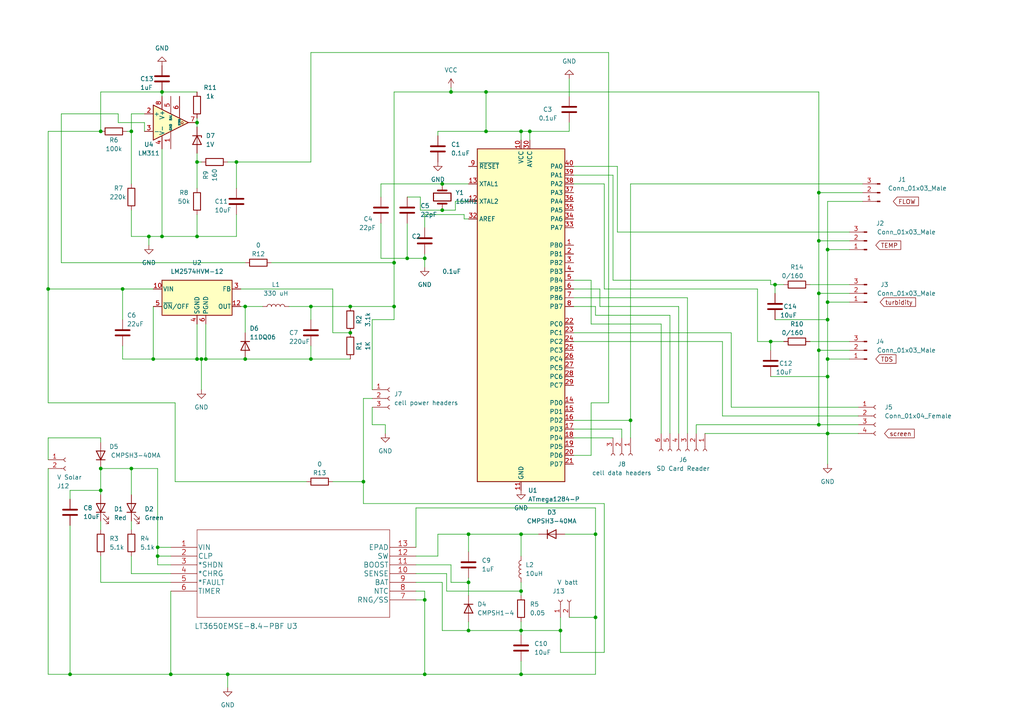
<source format=kicad_sch>
(kicad_sch (version 20211123) (generator eeschema)
  (paper "A4")
  (title_block (title "Remote Water Quality Monitor") (date "2023-02-16") (rev "CDR") (company "Team 29/01"))
  (lib_symbols
    (symbol "2023-02-16_12-26-50:LT3650EMSE-8.4-PBF" (pin_names (offset 0.254))
      (property "Reference" "U" (at 35.56 10.16 0))
      (property "Value" "LT3650EMSE-8.4-PBF" (at 35.56 7.62 0))
      (symbol "LT3650EMSE-8.4-PBF_1_1"
        (polyline (pts (xy 7.62 -20.32) (xy 63.5 -20.32)) (stroke (width 0.127)))
        (polyline (pts (xy 7.62 5.08) (xy 7.62 -20.32)) (stroke (width 0.127)))
        (polyline (pts (xy 63.5 -20.32) (xy 63.5 5.08)) (stroke (width 0.127)))
        (polyline (pts (xy 63.5 5.08) (xy 7.62 5.08)) (stroke (width 0.127)))
        (pin input line (at 0 0 0) (length 7.62) (name "VIN") (number "1"))
        (pin unspecified line (at 71.12 -7.62 180) (length 7.62) (name "SENSE") (number "10"))
        (pin unspecified line (at 71.12 -5.08 180) (length 7.62) (name "BOOST") (number "11"))
        (pin output line (at 71.12 -2.54 180) (length 7.62) (name "SW") (number "12"))
        (pin unspecified line (at 71.12 0 180) (length 7.62) (name "EPAD") (number "13"))
        (pin input line (at 0 -2.54 0) (length 7.62) (name "CLP") (number "2"))
        (pin input line (at 0 -5.08 0) (length 7.62) (name "*SHDN") (number "3"))
        (pin output line (at 0 -7.62 0) (length 7.62) (name "*CHRG") (number "4"))
        (pin output line (at 0 -10.16 0) (length 7.62) (name "*FAULT") (number "5"))
        (pin unspecified line (at 0 -12.7 0) (length 7.62) (name "TIMER") (number "6"))
        (pin unspecified line (at 71.12 -15.24 180) (length 7.62) (name "RNG/SS") (number "7"))
        (pin input line (at 71.12 -12.7 180) (length 7.62) (name "NTC") (number "8"))
        (pin unspecified line (at 71.12 -10.16 180) (length 7.62) (name "BAT") (number "9"))
      )
    )
    (symbol "Comparator:LM311" (pin_names (offset 0.127))
      (property "Reference" "U" (at 3.81 6.35 0))
      (property "Value" "LM311" (at 3.81 3.81 0))
      (symbol "LM311_0_1"
        (polyline (pts (xy 5.08 0) (xy -5.08 5.08) (xy -5.08 -5.08) (xy 5.08 0)) (stroke (width 0.254)) (fill (type background)))
        (polyline (pts (xy 3.683 -0.381) (xy 3.302 -0.381) (xy 3.683 0) (xy 3.302 0.381) (xy 2.921 0) (xy 3.302 -0.381) (xy 2.921 -0.381)) (stroke (width 0.127)))
      )
      (symbol "LM311_1_1"
        (pin passive line (at 0 -7.62 90) (length 5.08) (name "GND") (number "1"))
        (pin input line (at -7.62 2.54 0) (length 2.54) (name "+") (number "2"))
        (pin input line (at -7.62 -2.54 0) (length 2.54) (name "-") (number "3"))
        (pin power_in line (at -2.54 -7.62 90) (length 3.81) (name "V-") (number "4"))
        (pin input line (at 0 7.62 270) (length 5.08) (name "BAL") (number "5"))
        (pin input line (at 2.54 7.62 270) (length 6.35) (name "STRB") (number "6"))
        (pin open_collector line (at 7.62 0 180) (length 2.54) (name "~") (number "7"))
        (pin power_in line (at -2.54 7.62 270) (length 3.81) (name "V+") (number "8"))
      )
    )
    (symbol "Connector:Conn_01x02_Female" (pin_names (offset 1.016) hide)
      (property "Reference" "J" (at 0 2.54 0))
      (property "Value" "Conn_01x02_Female" (at 0 -5.08 0))
      (symbol "Conn_01x02_Female_1_1"
        (arc (start 0 -2.032) (mid -0.508 -2.54) (end 0 -3.048) (stroke (width 0.1524)))
        (polyline (pts (xy -1.27 -2.54) (xy -0.508 -2.54)) (stroke (width 0.1524)))
        (polyline (pts (xy -1.27 0) (xy -0.508 0)) (stroke (width 0.1524)))
        (arc (start 0 0.508) (mid -0.508 0) (end 0 -0.508) (stroke (width 0.1524)))
        (pin passive line (at -5.08 0 0) (length 3.81) (name "Pin_1") (number "1"))
        (pin passive line (at -5.08 -2.54 0) (length 3.81) (name "Pin_2") (number "2"))
      )
    )
    (symbol "Connector:Conn_01x03_Female" (pin_names (offset 1.016) hide)
      (property "Reference" "J" (at 0 5.08 0))
      (property "Value" "Conn_01x03_Female" (at 0 -5.08 0))
      (symbol "Conn_01x03_Female_1_1"
        (arc (start 0 -2.032) (mid -0.508 -2.54) (end 0 -3.048) (stroke (width 0.1524)))
        (polyline (pts (xy -1.27 -2.54) (xy -0.508 -2.54)) (stroke (width 0.1524)))
        (polyline (pts (xy -1.27 0) (xy -0.508 0)) (stroke (width 0.1524)))
        (polyline (pts (xy -1.27 2.54) (xy -0.508 2.54)) (stroke (width 0.1524)))
        (arc (start 0 0.508) (mid -0.508 0) (end 0 -0.508) (stroke (width 0.1524)))
        (arc (start 0 3.048) (mid -0.508 2.54) (end 0 2.032) (stroke (width 0.1524)))
        (pin passive line (at -5.08 2.54 0) (length 3.81) (name "Pin_1") (number "1"))
        (pin passive line (at -5.08 0 0) (length 3.81) (name "Pin_2") (number "2"))
        (pin passive line (at -5.08 -2.54 0) (length 3.81) (name "Pin_3") (number "3"))
      )
    )
    (symbol "Connector:Conn_01x03_Male" (pin_names (offset 1.016) hide)
      (property "Reference" "J" (at 0 5.08 0))
      (property "Value" "Conn_01x03_Male" (at 0 -5.08 0))
      (symbol "Conn_01x03_Male_1_1"
        (polyline (pts (xy 1.27 -2.54) (xy 0.8636 -2.54)) (stroke (width 0.1524)))
        (polyline (pts (xy 1.27 0) (xy 0.8636 0)) (stroke (width 0.1524)))
        (polyline (pts (xy 1.27 2.54) (xy 0.8636 2.54)) (stroke (width 0.1524)))
        (rectangle (start 0.8636 -2.413) (end 0 -2.667) (stroke (width 0.1524)) (fill (type outline)))
        (rectangle (start 0.8636 0.127) (end 0 -0.127) (stroke (width 0.1524)) (fill (type outline)))
        (rectangle (start 0.8636 2.667) (end 0 2.413) (stroke (width 0.1524)) (fill (type outline)))
        (pin passive line (at 5.08 2.54 180) (length 3.81) (name "Pin_1") (number "1"))
        (pin passive line (at 5.08 0 180) (length 3.81) (name "Pin_2") (number "2"))
        (pin passive line (at 5.08 -2.54 180) (length 3.81) (name "Pin_3") (number "3"))
      )
    )
    (symbol "Connector:Conn_01x04_Female" (pin_names (offset 1.016) hide)
      (property "Reference" "J" (at 0 5.08 0))
      (property "Value" "Conn_01x04_Female" (at 0 -7.62 0))
      (symbol "Conn_01x04_Female_1_1"
        (arc (start 0 -4.572) (mid -0.508 -5.08) (end 0 -5.588) (stroke (width 0.1524)))
        (arc (start 0 -2.032) (mid -0.508 -2.54) (end 0 -3.048) (stroke (width 0.1524)))
        (polyline (pts (xy -1.27 -5.08) (xy -0.508 -5.08)) (stroke (width 0.1524)))
        (polyline (pts (xy -1.27 -2.54) (xy -0.508 -2.54)) (stroke (width 0.1524)))
        (polyline (pts (xy -1.27 0) (xy -0.508 0)) (stroke (width 0.1524)))
        (polyline (pts (xy -1.27 2.54) (xy -0.508 2.54)) (stroke (width 0.1524)))
        (arc (start 0 0.508) (mid -0.508 0) (end 0 -0.508) (stroke (width 0.1524)))
        (arc (start 0 3.048) (mid -0.508 2.54) (end 0 2.032) (stroke (width 0.1524)))
        (pin passive line (at -5.08 2.54 0) (length 3.81) (name "Pin_1") (number "1"))
        (pin passive line (at -5.08 0 0) (length 3.81) (name "Pin_2") (number "2"))
        (pin passive line (at -5.08 -2.54 0) (length 3.81) (name "Pin_3") (number "3"))
        (pin passive line (at -5.08 -5.08 0) (length 3.81) (name "Pin_4") (number "4"))
      )
    )
    (symbol "Connector:Conn_01x06_Female" (pin_names (offset 1.016) hide)
      (property "Reference" "J" (at 0 7.62 0))
      (property "Value" "Conn_01x06_Female" (at 0 -10.16 0))
      (symbol "Conn_01x06_Female_1_1"
        (arc (start 0 -7.112) (mid -0.508 -7.62) (end 0 -8.128) (stroke (width 0.1524)))
        (arc (start 0 -4.572) (mid -0.508 -5.08) (end 0 -5.588) (stroke (width 0.1524)))
        (arc (start 0 -2.032) (mid -0.508 -2.54) (end 0 -3.048) (stroke (width 0.1524)))
        (polyline (pts (xy -1.27 -7.62) (xy -0.508 -7.62)) (stroke (width 0.1524)))
        (polyline (pts (xy -1.27 -5.08) (xy -0.508 -5.08)) (stroke (width 0.1524)))
        (polyline (pts (xy -1.27 -2.54) (xy -0.508 -2.54)) (stroke (width 0.1524)))
        (polyline (pts (xy -1.27 0) (xy -0.508 0)) (stroke (width 0.1524)))
        (polyline (pts (xy -1.27 2.54) (xy -0.508 2.54)) (stroke (width 0.1524)))
        (polyline (pts (xy -1.27 5.08) (xy -0.508 5.08)) (stroke (width 0.1524)))
        (arc (start 0 0.508) (mid -0.508 0) (end 0 -0.508) (stroke (width 0.1524)))
        (arc (start 0 3.048) (mid -0.508 2.54) (end 0 2.032) (stroke (width 0.1524)))
        (arc (start 0 5.588) (mid -0.508 5.08) (end 0 4.572) (stroke (width 0.1524)))
        (pin passive line (at -5.08 5.08 0) (length 3.81) (name "Pin_1") (number "1"))
        (pin passive line (at -5.08 2.54 0) (length 3.81) (name "Pin_2") (number "2"))
        (pin passive line (at -5.08 0 0) (length 3.81) (name "Pin_3") (number "3"))
        (pin passive line (at -5.08 -2.54 0) (length 3.81) (name "Pin_4") (number "4"))
        (pin passive line (at -5.08 -5.08 0) (length 3.81) (name "Pin_5") (number "5"))
        (pin passive line (at -5.08 -7.62 0) (length 3.81) (name "Pin_6") (number "6"))
      )
    )
    (symbol "Device:C" (pin_numbers hide) (pin_names (offset 0.254))
      (property "Reference" "C" (at 0.635 2.54 0))
      (property "Value" "C" (at 0.635 -2.54 0))
      (symbol "C_0_1"
        (polyline (pts (xy -2.032 -0.762) (xy 2.032 -0.762)) (stroke (width 0.508)))
        (polyline (pts (xy -2.032 0.762) (xy 2.032 0.762)) (stroke (width 0.508)))
      )
      (symbol "C_1_1"
        (pin passive line (at 0 3.81 270) (length 2.794) (name "~") (number "1"))
        (pin passive line (at 0 -3.81 90) (length 2.794) (name "~") (number "2"))
      )
    )
    (symbol "Device:Crystal" (pin_numbers hide) (pin_names (offset 1.016) hide)
      (property "Reference" "Y" (at 0 3.81 0))
      (property "Value" "Crystal" (at 0 -3.81 0))
      (symbol "Crystal_0_1"
        (rectangle (start -1.143 2.54) (end 1.143 -2.54) (stroke (width 0.3048)))
        (polyline (pts (xy -2.54 0) (xy -1.905 0)))
        (polyline (pts (xy -1.905 -1.27) (xy -1.905 1.27)) (stroke (width 0.508)))
        (polyline (pts (xy 1.905 -1.27) (xy 1.905 1.27)) (stroke (width 0.508)))
        (polyline (pts (xy 2.54 0) (xy 1.905 0)))
      )
      (symbol "Crystal_1_1"
        (pin passive line (at -3.81 0 0) (length 1.27) (name "1") (number "1"))
        (pin passive line (at 3.81 0 180) (length 1.27) (name "2") (number "2"))
      )
    )
    (symbol "Device:D" (pin_numbers hide) (pin_names (offset 1.016) hide)
      (property "Reference" "D" (at 0 2.54 0))
      (property "Value" "D" (at 0 -2.54 0))
      (symbol "D_0_1"
        (polyline (pts (xy -1.27 1.27) (xy -1.27 -1.27)) (stroke (width 0.254)))
        (polyline (pts (xy 1.27 0) (xy -1.27 0)))
        (polyline (pts (xy 1.27 1.27) (xy 1.27 -1.27) (xy -1.27 0) (xy 1.27 1.27)) (stroke (width 0.254)))
      )
      (symbol "D_1_1"
        (pin passive line (at -3.81 0 0) (length 2.54) (name "K") (number "1"))
        (pin passive line (at 3.81 0 180) (length 2.54) (name "A") (number "2"))
      )
    )
    (symbol "Device:D_Zener" (pin_numbers hide) (pin_names (offset 1.016) hide)
      (property "Reference" "D" (at 0 2.54 0))
      (property "Value" "D_Zener" (at 0 -2.54 0))
      (symbol "D_Zener_0_1"
        (polyline (pts (xy 1.27 0) (xy -1.27 0)))
        (polyline (pts (xy -1.27 -1.27) (xy -1.27 1.27) (xy -0.762 1.27)) (stroke (width 0.254)))
        (polyline (pts (xy 1.27 -1.27) (xy 1.27 1.27) (xy -1.27 0) (xy 1.27 -1.27)) (stroke (width 0.254)))
      )
      (symbol "D_Zener_1_1"
        (pin passive line (at -3.81 0 0) (length 2.54) (name "K") (number "1"))
        (pin passive line (at 3.81 0 180) (length 2.54) (name "A") (number "2"))
      )
    )
    (symbol "Device:L" (pin_numbers hide) (pin_names (offset 1.016) hide)
      (property "Reference" "L" (at -1.27 0 90))
      (property "Value" "L" (at 1.905 0 90))
      (symbol "L_0_1"
        (arc (start 0 -2.54) (mid 0.635 -1.905) (end 0 -1.27))
        (arc (start 0 -1.27) (mid 0.635 -0.635) (end 0 0))
        (arc (start 0 0) (mid 0.635 0.635) (end 0 1.27))
        (arc (start 0 1.27) (mid 0.635 1.905) (end 0 2.54))
      )
      (symbol "L_1_1"
        (pin passive line (at 0 3.81 270) (length 1.27) (name "1") (number "1"))
        (pin passive line (at 0 -3.81 90) (length 1.27) (name "2") (number "2"))
      )
    )
    (symbol "Device:LED" (pin_numbers hide) (pin_names (offset 1.016) hide)
      (property "Reference" "D" (at 0 2.54 0))
      (property "Value" "LED" (at 0 -2.54 0))
      (symbol "LED_0_1"
        (polyline (pts (xy -1.27 -1.27) (xy -1.27 1.27)) (stroke (width 0.254)))
        (polyline (pts (xy -1.27 0) (xy 1.27 0)))
        (polyline (pts (xy 1.27 -1.27) (xy 1.27 1.27) (xy -1.27 0) (xy 1.27 -1.27)) (stroke (width 0.254)))
        (polyline (pts (xy -3.048 -0.762) (xy -4.572 -2.286) (xy -3.81 -2.286) (xy -4.572 -2.286) (xy -4.572 -1.524)))
        (polyline (pts (xy -1.778 -0.762) (xy -3.302 -2.286) (xy -2.54 -2.286) (xy -3.302 -2.286) (xy -3.302 -1.524)))
      )
      (symbol "LED_1_1"
        (pin passive line (at -3.81 0 0) (length 2.54) (name "K") (number "1"))
        (pin passive line (at 3.81 0 180) (length 2.54) (name "A") (number "2"))
      )
    )
    (symbol "Device:R" (pin_numbers hide) (pin_names (offset 0))
      (property "Reference" "R" (at 2.032 0 90))
      (property "Value" "R" (at 0 0 90))
      (symbol "R_0_1"
        (rectangle (start -1.016 -2.54) (end 1.016 2.54) (stroke (width 0.254)))
      )
      (symbol "R_1_1"
        (pin passive line (at 0 3.81 270) (length 1.27) (name "~") (number "1"))
        (pin passive line (at 0 -3.81 90) (length 1.27) (name "~") (number "2"))
      )
    )
    (symbol "MCU_Microchip_ATmega:ATmega1284-P"
      (property "Reference" "U" (at -12.7 49.53 0))
      (property "Value" "ATmega1284-P" (at 2.54 -49.53 0))
      (symbol "ATmega1284-P_0_1"
        (rectangle (start -12.7 -48.26) (end 12.7 48.26) (stroke (width 0.254)) (fill (type background)))
      )
      (symbol "ATmega1284-P_1_1"
        (pin bidirectional line (at 15.24 20.32 180) (length 2.54) (name "PB0") (number "1"))
        (pin power_in line (at 0 50.8 270) (length 2.54) (name "VCC") (number "10"))
        (pin power_in line (at 0 -50.8 90) (length 2.54) (name "GND") (number "11"))
        (pin output line (at -15.24 33.02 0) (length 2.54) (name "XTAL2") (number "12"))
        (pin input line (at -15.24 38.1 0) (length 2.54) (name "XTAL1") (number "13"))
        (pin bidirectional line (at 15.24 -25.4 180) (length 2.54) (name "PD0") (number "14"))
        (pin bidirectional line (at 15.24 -27.94 180) (length 2.54) (name "PD1") (number "15"))
        (pin bidirectional line (at 15.24 -30.48 180) (length 2.54) (name "PD2") (number "16"))
        (pin bidirectional line (at 15.24 -33.02 180) (length 2.54) (name "PD3") (number "17"))
        (pin bidirectional line (at 15.24 -35.56 180) (length 2.54) (name "PD4") (number "18"))
        (pin bidirectional line (at 15.24 -38.1 180) (length 2.54) (name "PD5") (number "19"))
        (pin bidirectional line (at 15.24 17.78 180) (length 2.54) (name "PB1") (number "2"))
        (pin bidirectional line (at 15.24 -40.64 180) (length 2.54) (name "PD6") (number "20"))
        (pin bidirectional line (at 15.24 -43.18 180) (length 2.54) (name "PD7") (number "21"))
        (pin bidirectional line (at 15.24 -2.54 180) (length 2.54) (name "PC0") (number "22"))
        (pin bidirectional line (at 15.24 -5.08 180) (length 2.54) (name "PC1") (number "23"))
        (pin bidirectional line (at 15.24 -7.62 180) (length 2.54) (name "PC2") (number "24"))
        (pin bidirectional line (at 15.24 -10.16 180) (length 2.54) (name "PC3") (number "25"))
        (pin bidirectional line (at 15.24 -12.7 180) (length 2.54) (name "PC4") (number "26"))
        (pin bidirectional line (at 15.24 -15.24 180) (length 2.54) (name "PC5") (number "27"))
        (pin bidirectional line (at 15.24 -17.78 180) (length 2.54) (name "PC6") (number "28"))
        (pin bidirectional line (at 15.24 -20.32 180) (length 2.54) (name "PC7") (number "29"))
        (pin bidirectional line (at 15.24 15.24 180) (length 2.54) (name "PB2") (number "3"))
        (pin power_in line (at 2.54 50.8 270) (length 2.54) (name "AVCC") (number "30"))
        (pin passive line (at 0 -50.8 90) (length 2.54) hide (name "GND") (number "31"))
        (pin passive line (at -15.24 27.94 0) (length 2.54) (name "AREF") (number "32"))
        (pin bidirectional line (at 15.24 25.4 180) (length 2.54) (name "PA7") (number "33"))
        (pin bidirectional line (at 15.24 27.94 180) (length 2.54) (name "PA6") (number "34"))
        (pin bidirectional line (at 15.24 30.48 180) (length 2.54) (name "PA5") (number "35"))
        (pin bidirectional line (at 15.24 33.02 180) (length 2.54) (name "PA4") (number "36"))
        (pin bidirectional line (at 15.24 35.56 180) (length 2.54) (name "PA3") (number "37"))
        (pin bidirectional line (at 15.24 38.1 180) (length 2.54) (name "PA2") (number "38"))
        (pin bidirectional line (at 15.24 40.64 180) (length 2.54) (name "PA1") (number "39"))
        (pin bidirectional line (at 15.24 12.7 180) (length 2.54) (name "PB3") (number "4"))
        (pin bidirectional line (at 15.24 43.18 180) (length 2.54) (name "PA0") (number "40"))
        (pin bidirectional line (at 15.24 10.16 180) (length 2.54) (name "PB4") (number "5"))
        (pin bidirectional line (at 15.24 7.62 180) (length 2.54) (name "PB5") (number "6"))
        (pin bidirectional line (at 15.24 5.08 180) (length 2.54) (name "PB6") (number "7"))
        (pin bidirectional line (at 15.24 2.54 180) (length 2.54) (name "PB7") (number "8"))
        (pin input line (at -15.24 43.18 0) (length 2.54) (name "~{RESET}") (number "9"))
      )
    )
    (symbol "Regulator_Switching:LM2574HVM-12" (pin_names (offset 0.254))
      (property "Reference" "U" (at -10.16 6.35 0))
      (property "Value" "LM2574HVM-12" (at -5.08 6.35 0))
      (symbol "LM2574HVM-12_0_1"
        (rectangle (start -10.16 5.08) (end 10.16 -5.08) (stroke (width 0.254)) (fill (type background)))
      )
      (symbol "LM2574HVM-12_1_1"
        (pin power_in line (at -12.7 2.54 0) (length 2.54) (name "VIN") (number "10"))
        (pin output line (at 12.7 -2.54 180) (length 2.54) (name "OUT") (number "12"))
        (pin input line (at 12.7 2.54 180) (length 2.54) (name "FB") (number "3"))
        (pin power_in line (at 0 -7.62 90) (length 2.54) (name "SGND") (number "4"))
        (pin input line (at -12.7 -2.54 0) (length 2.54) (name "~{ON}/OFF") (number "5"))
        (pin power_in line (at 2.54 -7.62 90) (length 2.54) (name "PGND") (number "6"))
      )
    )
    (symbol "power:GND" (power) (pin_names (offset 0))
      (property "Value" "GND" (at 0 -3.81 0))
      (symbol "GND_0_1"
        (polyline (pts (xy 0 0) (xy 0 -1.27) (xy 1.27 -1.27) (xy 0 -2.54) (xy -1.27 -1.27) (xy 0 -1.27)))
      )
      (symbol "GND_1_1"
        (pin power_in line (at 0 0 270) (length 0) hide (name "GND") (number "1"))
      )
    )
    (symbol "power:VCC" (power) (pin_names (offset 0))
      (property "Value" "VCC" (at 0 3.81 0))
      (symbol "VCC_0_1"
        (polyline (pts (xy -0.762 1.27) (xy 0 2.54)))
        (polyline (pts (xy 0 0) (xy 0 2.54)))
        (polyline (pts (xy 0 2.54) (xy 0.762 1.27)))
      )
      (symbol "VCC_1_1"
        (pin power_in line (at 0 0 90) (length 0) hide (name "VCC") (number "1"))
      )
    )
  )
  (junction (at 151.13 195.58))
  (junction (at 123.19 74.93))
  (junction (at 49.53 195.58))
  (junction (at 240.03 72.39))
  (junction (at 101.6 88.9))
  (junction (at 114.3 88.9))
  (junction (at 59.69 104.14))
  (junction (at 135.89 168.91))
  (junction (at 240.03 92.71))
  (junction (at 101.6 96.52))
  (junction (at 29.21 135.89))
  (junction (at 151.13 171.45))
  (junction (at 240.03 125.73))
  (junction (at 128.27 60.96))
  (junction (at 237.49 85.09))
  (junction (at 45.72 161.29))
  (junction (at 13.97 83.82))
  (junction (at 240.03 87.63))
  (junction (at 162.56 182.88))
  (junction (at 90.17 104.14))
  (junction (at 29.21 38.1))
  (junction (at 68.58 46.99))
  (junction (at 38.1 38.1))
  (junction (at 57.15 35.56))
  (junction (at 240.03 109.22))
  (junction (at 135.89 182.88))
  (junction (at 237.49 55.88))
  (junction (at 20.32 195.58))
  (junction (at 123.19 173.99))
  (junction (at 140.97 38.1))
  (junction (at 182.88 121.92))
  (junction (at 130.81 26.67))
  (junction (at 58.42 104.14))
  (junction (at 223.52 99.06))
  (junction (at 128.27 53.34))
  (junction (at 90.17 88.9))
  (junction (at 71.12 88.9))
  (junction (at 71.12 104.14))
  (junction (at 43.18 68.58))
  (junction (at 240.03 104.14))
  (junction (at 29.21 142.24))
  (junction (at 66.04 195.58))
  (junction (at 123.19 195.58))
  (junction (at 140.97 26.67))
  (junction (at 118.11 74.93))
  (junction (at 105.41 139.7))
  (junction (at 172.72 179.07))
  (junction (at 135.89 154.94))
  (junction (at 153.67 38.1))
  (junction (at 57.15 46.99))
  (junction (at 151.13 182.88))
  (junction (at 57.15 68.58))
  (junction (at 151.13 154.94))
  (junction (at 237.49 101.6))
  (junction (at 35.56 83.82))
  (junction (at 46.99 26.67))
  (junction (at 237.49 123.19))
  (junction (at 57.15 104.14))
  (junction (at 237.49 69.85))
  (junction (at 46.99 68.58))
  (junction (at 45.72 158.75))
  (junction (at 172.72 154.94))
  (junction (at 114.3 76.2))
  (junction (at 38.1 135.89))
  (junction (at 44.45 104.14))
  (junction (at 224.79 82.55))
  (junction (at 151.13 38.1))
  (wire (pts (xy 13.97 133.35) (xy 13.97 127)))
  (wire (pts (xy 120.65 168.91) (xy 128.27 168.91)))
  (wire (pts (xy 59.69 104.14) (xy 58.42 104.14)))
  (wire (pts (xy 240.03 58.42) (xy 250.19 58.42)))
  (wire (pts (xy 29.21 127) (xy 29.21 128.27)))
  (wire (pts (xy 71.12 76.2) (xy 17.78 76.2)))
  (wire (pts (xy 151.13 180.34) (xy 151.13 182.88)))
  (wire (pts (xy 110.49 53.34) (xy 128.27 53.34)))
  (wire (pts (xy 123.19 62.23) (xy 134.62 62.23)))
  (wire (pts (xy 120.65 173.99) (xy 123.19 173.99)))
  (wire (pts (xy 66.04 46.99) (xy 68.58 46.99)))
  (wire (pts (xy 240.03 134.62) (xy 240.03 125.73)))
  (wire (pts (xy 96.52 83.82) (xy 96.52 96.52)))
  (wire (pts (xy 120.65 147.32) (xy 172.72 147.32)))
  (wire (pts (xy 45.72 163.83) (xy 49.53 163.83)))
  (wire (pts (xy 57.15 104.14) (xy 44.45 104.14)))
  (wire (pts (xy 151.13 168.91) (xy 151.13 171.45)))
  (wire (pts (xy 219.71 83.82) (xy 175.26 83.82)))
  (wire (pts (xy 59.69 93.98) (xy 59.69 104.14)))
  (wire (pts (xy 110.49 74.93) (xy 118.11 74.93)))
  (wire (pts (xy 38.1 151.13) (xy 38.1 153.67)))
  (wire (pts (xy 50.8 139.7) (xy 50.8 116.84)))
  (wire (pts (xy 44.45 104.14) (xy 35.56 104.14)))
  (wire (pts (xy 114.3 76.2) (xy 114.3 88.9)))
  (wire (pts (xy 237.49 55.88) (xy 250.19 55.88)))
  (wire (pts (xy 212.09 118.11) (xy 248.92 118.11)))
  (wire (pts (xy 177.8 50.8) (xy 166.37 50.8)))
  (wire (pts (xy 127 39.37) (xy 127 38.1)))
  (wire (pts (xy 234.95 82.55) (xy 246.38 82.55)))
  (wire (pts (xy 114.3 26.67) (xy 130.81 26.67)))
  (wire (pts (xy 35.56 100.33) (xy 35.56 104.14)))
  (wire (pts (xy 90.17 46.99) (xy 90.17 15.24)))
  (wire (pts (xy 123.19 62.23) (xy 123.19 66.04)))
  (wire (pts (xy 120.65 147.32) (xy 120.65 158.75)))
  (wire (pts (xy 151.13 154.94) (xy 135.89 154.94)))
  (wire (pts (xy 88.9 139.7) (xy 50.8 139.7)))
  (wire (pts (xy 38.1 68.58) (xy 43.18 68.58)))
  (wire (pts (xy 165.1 38.1) (xy 165.1 35.56)))
  (wire (pts (xy 38.1 60.96) (xy 38.1 68.58)))
  (wire (pts (xy 166.37 81.28) (xy 171.45 81.28)))
  (wire (pts (xy 182.88 53.34) (xy 250.19 53.34)))
  (wire (pts (xy 38.1 135.89) (xy 45.72 135.89)))
  (wire (pts (xy 34.29 35.56) (xy 41.91 35.56)))
  (wire (pts (xy 151.13 171.45) (xy 151.13 172.72)))
  (wire (pts (xy 49.53 171.45) (xy 49.53 195.58)))
  (wire (pts (xy 240.03 58.42) (xy 240.03 72.39)))
  (wire (pts (xy 123.19 73.66) (xy 123.19 74.93)))
  (wire (pts (xy 162.56 189.23) (xy 175.26 189.23)))
  (wire (pts (xy 179.07 67.31) (xy 179.07 48.26)))
  (wire (pts (xy 57.15 34.29) (xy 57.15 35.56)))
  (wire (pts (xy 166.37 96.52) (xy 212.09 96.52)))
  (wire (pts (xy 29.21 38.1) (xy 29.21 26.67)))
  (wire (pts (xy 166.37 83.82) (xy 173.99 83.82)))
  (wire (pts (xy 179.07 48.26) (xy 166.37 48.26)))
  (wire (pts (xy 135.89 58.42) (xy 132.08 58.42)))
  (wire (pts (xy 151.13 182.88) (xy 162.56 182.88)))
  (wire (pts (xy 240.03 72.39) (xy 246.38 72.39)))
  (wire (pts (xy 20.32 195.58) (xy 49.53 195.58)))
  (wire (pts (xy 182.88 53.34) (xy 182.88 121.92)))
  (wire (pts (xy 191.77 93.98) (xy 191.77 125.73)))
  (wire (pts (xy 38.1 135.89) (xy 38.1 143.51)))
  (wire (pts (xy 240.03 125.73) (xy 248.92 125.73)))
  (wire (pts (xy 43.18 68.58) (xy 43.18 71.12)))
  (wire (pts (xy 46.99 26.67) (xy 57.15 26.67)))
  (wire (pts (xy 219.71 83.82) (xy 219.71 99.06)))
  (wire (pts (xy 101.6 88.9) (xy 114.3 88.9)))
  (wire (pts (xy 107.95 113.03) (xy 107.95 92.71)))
  (wire (pts (xy 118.11 64.77) (xy 118.11 74.93)))
  (wire (pts (xy 237.49 101.6) (xy 246.38 101.6)))
  (wire (pts (xy 57.15 62.23) (xy 57.15 68.58)))
  (wire (pts (xy 177.8 81.28) (xy 177.8 50.8)))
  (wire (pts (xy 240.03 104.14) (xy 240.03 92.71)))
  (wire (pts (xy 110.49 64.77) (xy 110.49 74.93)))
  (wire (pts (xy 165.1 22.86) (xy 165.1 27.94)))
  (wire (pts (xy 223.52 109.22) (xy 240.03 109.22)))
  (wire (pts (xy 13.97 127) (xy 29.21 127)))
  (wire (pts (xy 71.12 88.9) (xy 71.12 96.52)))
  (wire (pts (xy 57.15 44.45) (xy 57.15 46.99)))
  (wire (pts (xy 163.83 154.94) (xy 172.72 154.94)))
  (wire (pts (xy 151.13 182.88) (xy 151.13 184.15)))
  (wire (pts (xy 172.72 154.94) (xy 172.72 179.07)))
  (wire (pts (xy 171.45 81.28) (xy 171.45 93.98)))
  (wire (pts (xy 166.37 88.9) (xy 172.72 88.9)))
  (wire (pts (xy 132.08 60.96) (xy 128.27 60.96)))
  (wire (pts (xy 171.45 116.84) (xy 171.45 132.08)))
  (wire (pts (xy 134.62 63.5) (xy 135.89 63.5)))
  (wire (pts (xy 176.53 15.24) (xy 176.53 116.84)))
  (wire (pts (xy 166.37 86.36) (xy 199.39 86.36)))
  (wire (pts (xy 173.99 88.9) (xy 196.85 88.9)))
  (wire (pts (xy 246.38 67.31) (xy 179.07 67.31)))
  (wire (pts (xy 153.67 38.1) (xy 165.1 38.1)))
  (wire (pts (xy 13.97 116.84) (xy 13.97 83.82)))
  (wire (pts (xy 176.53 116.84) (xy 171.45 116.84)))
  (wire (pts (xy 237.49 69.85) (xy 246.38 69.85)))
  (wire (pts (xy 90.17 104.14) (xy 101.6 104.14)))
  (wire (pts (xy 17.78 33.02) (xy 34.29 33.02)))
  (wire (pts (xy 209.55 99.06) (xy 209.55 120.65)))
  (wire (pts (xy 110.49 53.34) (xy 110.49 57.15)))
  (wire (pts (xy 29.21 26.67) (xy 46.99 26.67)))
  (wire (pts (xy 166.37 132.08) (xy 171.45 132.08)))
  (wire (pts (xy 123.19 195.58) (xy 151.13 195.58)))
  (wire (pts (xy 57.15 93.98) (xy 57.15 104.14)))
  (wire (pts (xy 105.41 139.7) (xy 96.52 139.7)))
  (wire (pts (xy 120.65 161.29) (xy 127 161.29)))
  (wire (pts (xy 123.19 171.45) (xy 123.19 173.99)))
  (wire (pts (xy 66.04 195.58) (xy 123.19 195.58)))
  (wire (pts (xy 43.18 68.58) (xy 46.99 68.58)))
  (wire (pts (xy 237.49 101.6) (xy 237.49 123.19)))
  (wire (pts (xy 71.12 104.14) (xy 59.69 104.14)))
  (wire (pts (xy 223.52 82.55) (xy 224.79 82.55)))
  (wire (pts (xy 135.89 154.94) (xy 135.89 160.02)))
  (wire (pts (xy 219.71 99.06) (xy 223.52 99.06)))
  (wire (pts (xy 128.27 53.34) (xy 135.89 53.34)))
  (wire (pts (xy 114.3 76.2) (xy 78.74 76.2)))
  (wire (pts (xy 127 161.29) (xy 127 154.94)))
  (wire (pts (xy 172.72 88.9) (xy 172.72 91.44)))
  (wire (pts (xy 128.27 182.88) (xy 135.89 182.88)))
  (wire (pts (xy 20.32 142.24) (xy 29.21 142.24)))
  (wire (pts (xy 130.81 163.83) (xy 130.81 168.91)))
  (wire (pts (xy 96.52 96.52) (xy 101.6 96.52)))
  (wire (pts (xy 151.13 191.77) (xy 151.13 195.58)))
  (wire (pts (xy 162.56 179.07) (xy 162.56 182.88)))
  (wire (pts (xy 38.1 38.1) (xy 38.1 33.02)))
  (wire (pts (xy 240.03 104.14) (xy 240.03 109.22)))
  (wire (pts (xy 57.15 46.99) (xy 57.15 54.61)))
  (wire (pts (xy 153.67 38.1) (xy 153.67 40.64)))
  (wire (pts (xy 140.97 38.1) (xy 151.13 38.1)))
  (wire (pts (xy 114.3 76.2) (xy 114.3 26.67)))
  (wire (pts (xy 172.72 179.07) (xy 165.1 179.07)))
  (wire (pts (xy 105.41 115.57) (xy 107.95 115.57)))
  (wire (pts (xy 130.81 26.67) (xy 130.81 25.4)))
  (wire (pts (xy 120.65 163.83) (xy 130.81 163.83)))
  (wire (pts (xy 194.31 91.44) (xy 194.31 125.73)))
  (wire (pts (xy 45.72 135.89) (xy 45.72 158.75)))
  (wire (pts (xy 135.89 168.91) (xy 135.89 172.72)))
  (wire (pts (xy 90.17 100.33) (xy 90.17 104.14)))
  (wire (pts (xy 45.72 161.29) (xy 49.53 161.29)))
  (wire (pts (xy 36.83 38.1) (xy 38.1 38.1)))
  (wire (pts (xy 68.58 62.23) (xy 68.58 68.58)))
  (wire (pts (xy 29.21 142.24) (xy 29.21 143.51)))
  (wire (pts (xy 90.17 88.9) (xy 90.17 92.71)))
  (wire (pts (xy 140.97 26.67) (xy 140.97 38.1)))
  (wire (pts (xy 57.15 36.83) (xy 57.15 35.56)))
  (wire (pts (xy 162.56 182.88) (xy 162.56 189.23)))
  (wire (pts (xy 151.13 154.94) (xy 151.13 161.29)))
  (wire (pts (xy 135.89 182.88) (xy 151.13 182.88)))
  (wire (pts (xy 135.89 180.34) (xy 135.89 182.88)))
  (wire (pts (xy 129.54 166.37) (xy 129.54 171.45)))
  (wire (pts (xy 132.08 58.42) (xy 132.08 60.96)))
  (wire (pts (xy 49.53 195.58) (xy 66.04 195.58)))
  (wire (pts (xy 121.92 57.15) (xy 118.11 57.15)))
  (wire (pts (xy 175.26 83.82) (xy 175.26 53.34)))
  (wire (pts (xy 29.21 161.29) (xy 29.21 168.91)))
  (wire (pts (xy 223.52 99.06) (xy 227.33 99.06)))
  (wire (pts (xy 34.29 33.02) (xy 34.29 35.56)))
  (wire (pts (xy 38.1 166.37) (xy 49.53 166.37)))
  (wire (pts (xy 172.72 179.07) (xy 172.72 195.58)))
  (wire (pts (xy 224.79 92.71) (xy 240.03 92.71)))
  (wire (pts (xy 180.34 124.46) (xy 166.37 124.46)))
  (wire (pts (xy 240.03 92.71) (xy 240.03 87.63)))
  (wire (pts (xy 128.27 168.91) (xy 128.27 182.88)))
  (wire (pts (xy 29.21 135.89) (xy 29.21 142.24)))
  (wire (pts (xy 20.32 152.4) (xy 20.32 195.58)))
  (wire (pts (xy 118.11 74.93) (xy 123.19 74.93)))
  (wire (pts (xy 69.85 88.9) (xy 71.12 88.9)))
  (wire (pts (xy 134.62 62.23) (xy 134.62 63.5)))
  (wire (pts (xy 151.13 195.58) (xy 172.72 195.58)))
  (wire (pts (xy 71.12 88.9) (xy 76.2 88.9)))
  (wire (pts (xy 13.97 195.58) (xy 20.32 195.58)))
  (wire (pts (xy 68.58 46.99) (xy 68.58 54.61)))
  (wire (pts (xy 196.85 88.9) (xy 196.85 125.73)))
  (wire (pts (xy 69.85 83.82) (xy 96.52 83.82)))
  (wire (pts (xy 83.82 88.9) (xy 90.17 88.9)))
  (wire (pts (xy 90.17 15.24) (xy 176.53 15.24)))
  (wire (pts (xy 38.1 38.1) (xy 38.1 53.34)))
  (wire (pts (xy 35.56 83.82) (xy 35.56 92.71)))
  (wire (pts (xy 105.41 146.05) (xy 105.41 139.7)))
  (wire (pts (xy 20.32 144.78) (xy 20.32 142.24)))
  (wire (pts (xy 224.79 82.55) (xy 227.33 82.55)))
  (wire (pts (xy 46.99 68.58) (xy 57.15 68.58)))
  (wire (pts (xy 45.72 158.75) (xy 49.53 158.75)))
  (wire (pts (xy 120.65 171.45) (xy 123.19 171.45)))
  (wire (pts (xy 237.49 55.88) (xy 237.49 69.85)))
  (wire (pts (xy 234.95 99.06) (xy 246.38 99.06)))
  (wire (pts (xy 120.65 166.37) (xy 129.54 166.37)))
  (wire (pts (xy 182.88 127) (xy 182.88 121.92)))
  (wire (pts (xy 107.95 92.71) (xy 114.3 92.71)))
  (wire (pts (xy 166.37 99.06) (xy 209.55 99.06)))
  (wire (pts (xy 209.55 120.65) (xy 248.92 120.65)))
  (wire (pts (xy 127 38.1) (xy 140.97 38.1)))
  (wire (pts (xy 224.79 82.55) (xy 224.79 85.09)))
  (wire (pts (xy 123.19 74.93) (xy 123.19 77.47)))
  (wire (pts (xy 201.93 125.73) (xy 201.93 123.19)))
  (wire (pts (xy 45.72 158.75) (xy 45.72 161.29)))
  (wire (pts (xy 13.97 135.89) (xy 13.97 195.58)))
  (wire (pts (xy 171.45 93.98) (xy 191.77 93.98)))
  (wire (pts (xy 166.37 127) (xy 177.8 127)))
  (wire (pts (xy 90.17 88.9) (xy 101.6 88.9)))
  (wire (pts (xy 123.19 173.99) (xy 123.19 195.58)))
  (wire (pts (xy 29.21 168.91) (xy 49.53 168.91)))
  (wire (pts (xy 237.49 85.09) (xy 237.49 101.6)))
  (wire (pts (xy 111.76 123.19) (xy 111.76 125.73)))
  (wire (pts (xy 127 154.94) (xy 135.89 154.94)))
  (wire (pts (xy 44.45 88.9) (xy 44.45 104.14)))
  (wire (pts (xy 130.81 168.91) (xy 135.89 168.91)))
  (wire (pts (xy 240.03 87.63) (xy 240.03 72.39)))
  (wire (pts (xy 13.97 83.82) (xy 13.97 38.1)))
  (wire (pts (xy 151.13 38.1) (xy 153.67 38.1)))
  (wire (pts (xy 175.26 189.23) (xy 175.26 146.05)))
  (wire (pts (xy 175.26 146.05) (xy 105.41 146.05)))
  (wire (pts (xy 237.49 85.09) (xy 246.38 85.09)))
  (wire (pts (xy 114.3 88.9) (xy 114.3 92.71)))
  (wire (pts (xy 68.58 46.99) (xy 90.17 46.99)))
  (wire (pts (xy 57.15 68.58) (xy 68.58 68.58)))
  (wire (pts (xy 156.21 154.94) (xy 151.13 154.94)))
  (wire (pts (xy 240.03 87.63) (xy 246.38 87.63)))
  (wire (pts (xy 107.95 123.19) (xy 111.76 123.19)))
  (wire (pts (xy 182.88 121.92) (xy 166.37 121.92)))
  (wire (pts (xy 58.42 104.14) (xy 58.42 113.03)))
  (wire (pts (xy 29.21 135.89) (xy 38.1 135.89)))
  (wire (pts (xy 180.34 127) (xy 180.34 124.46)))
  (wire (pts (xy 121.92 60.96) (xy 121.92 57.15)))
  (wire (pts (xy 46.99 26.67) (xy 46.99 27.94)))
  (wire (pts (xy 237.49 69.85) (xy 237.49 85.09)))
  (wire (pts (xy 38.1 161.29) (xy 38.1 166.37)))
  (wire (pts (xy 129.54 171.45) (xy 151.13 171.45)))
  (wire (pts (xy 66.04 195.58) (xy 66.04 199.39)))
  (wire (pts (xy 17.78 76.2) (xy 17.78 33.02)))
  (wire (pts (xy 237.49 123.19) (xy 248.92 123.19)))
  (wire (pts (xy 45.72 161.29) (xy 45.72 163.83)))
  (wire (pts (xy 57.15 46.99) (xy 58.42 46.99)))
  (wire (pts (xy 13.97 83.82) (xy 35.56 83.82)))
  (wire (pts (xy 201.93 123.19) (xy 237.49 123.19)))
  (wire (pts (xy 50.8 116.84) (xy 13.97 116.84)))
  (wire (pts (xy 35.56 83.82) (xy 44.45 83.82)))
  (wire (pts (xy 199.39 86.36) (xy 199.39 125.73)))
  (wire (pts (xy 71.12 104.14) (xy 90.17 104.14)))
  (wire (pts (xy 46.99 43.18) (xy 46.99 68.58)))
  (wire (pts (xy 58.42 104.14) (xy 57.15 104.14)))
  (wire (pts (xy 223.52 81.28) (xy 223.52 82.55)))
  (wire (pts (xy 223.52 99.06) (xy 223.52 101.6)))
  (wire (pts (xy 107.95 118.11) (xy 107.95 123.19)))
  (wire (pts (xy 240.03 104.14) (xy 246.38 104.14)))
  (wire (pts (xy 151.13 38.1) (xy 151.13 40.64)))
  (wire (pts (xy 105.41 139.7) (xy 105.41 115.57)))
  (wire (pts (xy 212.09 96.52) (xy 212.09 118.11)))
  (wire (pts (xy 38.1 33.02) (xy 41.91 33.02)))
  (wire (pts (xy 128.27 60.96) (xy 121.92 60.96)))
  (wire (pts (xy 140.97 26.67) (xy 237.49 26.67)))
  (wire (pts (xy 172.72 91.44) (xy 194.31 91.44)))
  (wire (pts (xy 223.52 81.28) (xy 177.8 81.28)))
  (wire (pts (xy 204.47 125.73) (xy 240.03 125.73)))
  (wire (pts (xy 140.97 26.67) (xy 130.81 26.67)))
  (wire (pts (xy 237.49 26.67) (xy 237.49 55.88)))
  (wire (pts (xy 172.72 147.32) (xy 172.72 154.94)))
  (wire (pts (xy 175.26 53.34) (xy 166.37 53.34)))
  (wire (pts (xy 173.99 83.82) (xy 173.99 88.9)))
  (wire (pts (xy 13.97 38.1) (xy 29.21 38.1)))
  (wire (pts (xy 41.91 35.56) (xy 41.91 38.1)))
  (wire (pts (xy 135.89 167.64) (xy 135.89 168.91)))
  (wire (pts (xy 240.03 109.22) (xy 240.03 125.73)))
  (wire (pts (xy 29.21 151.13) (xy 29.21 153.67)))
  (global_label "FLOW" (shape input) (at 259.08 58.42 0) (property "Intersheet References" "${INTERSHEET_REFS}" (effects hide)))
  (global_label "TEMP" (shape input) (at 254 71.12 0) (property "Intersheet References" "${INTERSHEET_REFS}" (effects hide)))
  (global_label "turbidity" (shape input) (at 255.27 87.63 0) (property "Intersheet References" "${INTERSHEET_REFS}" (effects hide)))
  (global_label "TDS" (shape input) (at 254 104.14 0) (property "Intersheet References" "${INTERSHEET_REFS}" (effects hide)))
  (global_label "screen" (shape input) (at 256.54 125.73 0) (property "Intersheet References" "${INTERSHEET_REFS}" (effects hide)))
  (symbol (lib_id "Device:C") (at 123.19 69.85 0) (unit 1)
    (property "Reference" "C2" (at 119.38 68.58 0) (effects (justify left)))
    (property "Value" "0.1uF" (at 128.27 78.74 0) (effects (justify left)))
    (property "Footprint" "Capacitor_SMD:C_1206_3216Metric" (effects hide))
  )
  (symbol (lib_id "Device:D") (at 29.21 132.08 90) (unit 1)
    (property "Reference" "D5" (at 33.02 129.54 90))
    (property "Value" "CMPSH3-40MA" (at 39.37 132.08 90))
    (property "Footprint" "Diode_SMD:D_SMB" (effects hide))
  )
  (symbol (lib_id "Device:LED") (at 29.21 147.32 90) (unit 1)
    (property "Reference" "D1" (at 33.02 147.6374 90) (effects (justify right)))
    (property "Value" "Red" (at 33.02 150.1774 90) (effects (justify right)))
    (property "Footprint" "Diode_SMD:D_1206_3216Metric" (effects hide))
  )
  (symbol (lib_id "power:GND") (at 46.99 19.05 180) (unit 1)
    (property "Reference" "#PWR01" (effects hide))
    (property "Value" "GND" (at 46.99 13.97 0))
  )
  (symbol (lib_id "Device:R") (at 38.1 57.15 180) (unit 1)
    (property "Reference" "R7" (at 33.02 54.61 0) (effects (justify right)))
    (property "Value" "220k" (at 31.75 57.15 0) (effects (justify right)))
    (property "Footprint" "Resistor_SMD:R_1206_3216Metric" (effects hide))
  )
  (symbol (lib_id "Connector:Conn_01x06_Female") (at 199.39 130.81 270) (unit 1)
    (property "Reference" "J6" (at 198.12 133.35 90))
    (property "Value" "SD Card Reader" (at 198.12 135.89 90))
    (property "Footprint" "Connector_PinHeader_2.54mm:PinHeader_1x06_P2.54mm_Vertical" (effects hide))
  )
  (symbol (lib_id "Device:L") (at 80.01 88.9 90) (unit 1)
    (property "Reference" "L1" (at 80.01 82.55 90))
    (property "Value" "330 uH" (at 80.01 85.09 90))
    (property "Footprint" "Inductor_SMD:L_Bourns-SRU8028_8.0x8.0mm" (effects hide))
  )
  (symbol (lib_id "Device:C") (at 127 43.18 0) (unit 1)
    (property "Reference" "C1" (at 130.81 41.9099 0) (effects (justify left)))
    (property "Value" "0.1uF" (at 130.81 44.4499 0) (effects (justify left)))
    (property "Footprint" "Capacitor_SMD:C_1206_3216Metric" (effects hide))
  )
  (symbol (lib_id "Connector:Conn_01x03_Male") (at 251.46 69.85 180) (unit 1)
    (property "Reference" "J2" (at 255.27 64.77 0))
    (property "Value" "Conn_01x03_Male" (at 262.89 67.31 0))
    (property "Footprint" "Connector_PinHeader_2.54mm:PinHeader_1x03_P2.54mm_Vertical" (effects hide))
  )
  (symbol (lib_id "Device:D_Zener") (at 57.15 40.64 270) (unit 1)
    (property "Reference" "D7" (at 59.69 39.3699 90) (effects (justify left)))
    (property "Value" "1V" (at 59.69 41.9099 90) (effects (justify left)))
    (property "Footprint" "Diode_SMD:D_SOD-123" (effects hide))
  )
  (symbol (lib_id "power:GND") (at 58.42 113.03 0) (unit 1)
    (property "Reference" "#PWR0107" (effects hide))
    (property "Value" "GND" (at 58.42 118.11 0))
  )
  (symbol (lib_id "Device:R") (at 151.13 176.53 0) (unit 1)
    (property "Reference" "R5" (at 153.67 175.2599 0) (effects (justify left)))
    (property "Value" "0.05" (at 153.67 177.7999 0) (effects (justify left)))
    (property "Footprint" "Resistor_SMD:R_1206_3216Metric" (effects hide))
  )
  (symbol (lib_id "power:GND") (at 43.18 71.12 0) (unit 1)
    (property "Reference" "#PWR0110" (effects hide))
    (property "Value" "GND" (at 43.18 76.2 0))
  )
  (symbol (lib_id "Device:R") (at 101.6 100.33 180) (unit 1)
    (property "Reference" "R1" (at 104.14 100.33 90))
    (property "Value" "1K" (at 106.68 100.33 90))
    (property "Footprint" "Resistor_SMD:R_1206_3216Metric" (effects hide))
  )
  (symbol (lib_id "power:GND") (at 151.13 142.24 0) (unit 1)
    (property "Reference" "#PWR0103" (effects hide))
    (property "Value" "GND" (at 151.13 147.32 0))
  )
  (symbol (lib_id "Device:R") (at 29.21 157.48 0) (unit 1)
    (property "Reference" "R3" (at 31.75 156.2099 0) (effects (justify left)))
    (property "Value" "5.1k" (at 31.75 158.7499 0) (effects (justify left)))
    (property "Footprint" "Resistor_SMD:R_1206_3216Metric" (effects hide))
  )
  (symbol (lib_id "Device:C") (at 90.17 96.52 0) (unit 1)
    (property "Reference" "C7" (at 83.82 96.52 0) (effects (justify left)))
    (property "Value" "220uF" (at 83.82 99.06 0) (effects (justify left)))
    (property "Footprint" "Capacitor_SMD:C_1206_3216Metric" (effects hide))
  )
  (symbol (lib_id "Device:Crystal") (at 128.27 57.15 90) (unit 1)
    (property "Reference" "Y1" (at 132.08 55.8799 90) (effects (justify right)))
    (property "Value" "16MHz" (at 132.08 58.4199 90) (effects (justify right)))
    (property "Footprint" "Crystal:Crystal_SMD_TXC_7M-4Pin_3.2x2.5mm" (effects hide))
  )
  (symbol (lib_id "power:GND") (at 123.19 77.47 0) (unit 1)
    (property "Reference" "#PWR0106" (effects hide))
    (property "Value" "GND" (at 123.19 82.55 0))
  )
  (symbol (lib_id "Device:C") (at 224.79 88.9 180) (unit 1)
    (property "Reference" "C14" (at 231.14 88.9 0) (effects (justify left)))
    (property "Value" "10uF" (at 231.14 91.44 0) (effects (justify left)))
    (property "Footprint" "Capacitor_SMD:C_1206_3216Metric" (effects hide))
  )
  (symbol (lib_id "Device:R") (at 74.93 76.2 90) (unit 1)
    (property "Reference" "R12" (at 74.93 73.66 90))
    (property "Value" "0" (at 74.93 71.12 90))
    (property "Footprint" "Resistor_SMD:R_1206_3216Metric" (effects hide))
  )
  (symbol (lib_id "Connector:Conn_01x02_Female") (at 19.05 133.35 0) (unit 1)
    (property "Reference" "J12" (at 16.51 140.97 0) (effects (justify left)))
    (property "Value" "V Solar" (at 16.51 138.43 0) (effects (justify left)))
    (property "Footprint" "Connector_PinHeader_2.54mm:PinHeader_1x02_P2.54mm_Vertical" (effects hide))
  )
  (symbol (lib_id "Device:D") (at 71.12 100.33 270) (unit 1)
    (property "Reference" "D6" (at 72.39 95.25 90) (effects (justify left)))
    (property "Value" "11DQ06" (at 72.39 97.79 90) (effects (justify left)))
    (property "Footprint" "Diode_SMD:D_SMA" (effects hide))
  )
  (symbol (lib_id "power:GND") (at 127 46.99 0) (unit 1)
    (property "Reference" "#PWR0105" (effects hide))
    (property "Value" "GND" (at 127 52.07 0))
  )
  (symbol (lib_id "Device:C") (at 68.58 58.42 0) (unit 1)
    (property "Reference" "C11" (at 62.23 58.42 0) (effects (justify left)))
    (property "Value" "10uF" (at 62.23 60.96 0) (effects (justify left)))
    (property "Footprint" "Capacitor_SMD:C_1206_3216Metric" (effects hide))
  )
  (symbol (lib_id "Device:C") (at 118.11 60.96 0) (unit 1)
    (property "Reference" "C5" (at 121.92 59.6899 0) (effects (justify left)))
    (property "Value" "22pF" (at 121.92 62.2299 0) (effects (justify left)))
    (property "Footprint" "Capacitor_SMD:C_1206_3216Metric" (effects hide))
  )
  (symbol (lib_id "Device:D") (at 135.89 176.53 270) (unit 1)
    (property "Reference" "D4" (at 138.43 175.2599 90) (effects (justify left)))
    (property "Value" "CMPSH1-4" (at 138.43 177.7999 90) (effects (justify left)))
    (property "Footprint" "Diode_SMD:D_SMA" (effects hide))
  )
  (symbol (lib_id "Device:R") (at 231.14 99.06 90) (unit 1)
    (property "Reference" "R10" (at 231.14 93.98 90))
    (property "Value" "0/160" (at 229.87 96.52 90))
    (property "Footprint" "Resistor_SMD:R_1206_3216Metric" (effects hide))
  )
  (symbol (lib_id "Device:C") (at 20.32 148.59 0) (unit 1)
    (property "Reference" "C8" (at 24.13 147.3199 0) (effects (justify left)))
    (property "Value" "10uF" (at 24.13 149.8599 0) (effects (justify left)))
    (property "Footprint" "Capacitor_SMD:C_1206_3216Metric" (effects hide))
  )
  (symbol (lib_id "Connector:Conn_01x03_Female") (at 180.34 132.08 270) (unit 1)
    (property "Reference" "J8" (at 180.34 134.62 90))
    (property "Value" "cell data headers" (at 180.34 137.16 90))
    (property "Footprint" "Connector_PinHeader_2.54mm:PinHeader_1x03_P2.54mm_Vertical" (effects hide))
  )
  (symbol (lib_id "power:GND") (at 240.03 134.62 0) (unit 1)
    (property "Reference" "#PWR0104" (effects hide))
    (property "Value" "GND" (at 240.03 139.7 0))
  )
  (symbol (lib_id "Device:R") (at 57.15 58.42 0) (unit 1)
    (property "Reference" "R8" (at 53.34 55.88 0))
    (property "Value" "50k" (at 53.34 58.42 0))
    (property "Footprint" "Resistor_SMD:R_1206_3216Metric" (effects hide))
  )
  (symbol (lib_id "Connector:Conn_01x02_Female") (at 162.56 173.99 90) (unit 1)
    (property "Reference" "J13" (at 163.83 171.45 90) (effects (justify left)))
    (property "Value" "V batt" (at 167.64 168.91 90) (effects (justify left)))
    (property "Footprint" "Connector_PinHeader_2.54mm:PinHeader_1x02_P2.54mm_Vertical" (effects hide))
  )
  (symbol (lib_id "Device:C") (at 151.13 187.96 0) (unit 1)
    (property "Reference" "C10" (at 154.94 186.6899 0) (effects (justify left)))
    (property "Value" "10uF" (at 154.94 189.2299 0) (effects (justify left)))
    (property "Footprint" "Capacitor_SMD:C_1206_3216Metric" (effects hide))
  )
  (symbol (lib_id "Device:C") (at 223.52 105.41 180) (unit 1)
    (property "Reference" "C12" (at 229.87 105.41 0) (effects (justify left)))
    (property "Value" "10uF" (at 229.87 107.95 0) (effects (justify left)))
    (property "Footprint" "Capacitor_SMD:C_1206_3216Metric" (effects hide))
  )
  (symbol (lib_id "Device:LED") (at 38.1 147.32 90) (unit 1)
    (property "Reference" "D2" (at 41.91 147.6374 90) (effects (justify right)))
    (property "Value" "Green" (at 41.91 150.1774 90) (effects (justify right)))
    (property "Footprint" "Diode_SMD:D_1206_3216Metric" (effects hide))
  )
  (symbol (lib_id "Device:R") (at 92.71 139.7 90) (unit 1)
    (property "Reference" "R13" (at 92.71 137.16 90))
    (property "Value" "0" (at 92.71 134.62 90))
    (property "Footprint" "Resistor_SMD:R_1206_3216Metric" (effects hide))
  )
  (symbol (lib_id "Device:C") (at 110.49 60.96 0) (unit 1)
    (property "Reference" "C4" (at 105.41 63.5 0) (effects (justify left)))
    (property "Value" "22pF" (at 104.14 66.04 0) (effects (justify left)))
    (property "Footprint" "Capacitor_SMD:C_1206_3216Metric" (effects hide))
  )
  (symbol (lib_id "MCU_Microchip_ATmega:ATmega1284-P") (at 151.13 91.44 0) (unit 1)
    (property "Reference" "U1" (at 153.1494 142.24 0) (effects (justify left)))
    (property "Value" "ATmega1284-P" (at 153.1494 144.78 0) (effects (justify left)))
    (property "Footprint" "Package_DIP:DIP-40_W15.24mm" (effects hide))
    (property "Datasheet" "http://ww1.microchip.com/downloads/en/DeviceDoc/Atmel-8272-8-bit-AVR-microcontroller-ATmega164A_PA-324A_PA-644A_PA-1284_P_datasheet.pdf" (effects hide))
  )
  (symbol (lib_id "Comparator:LM311") (at 49.53 35.56 0) (unit 1)
    (property "Reference" "U4" (at 43.18 41.91 0))
    (property "Value" "LM311" (at 43.18 44.45 0))
    (property "Footprint" "Package_DIP:DIP-8_W7.62mm" (effects hide))
    (property "Datasheet" "https://www.st.com/resource/en/datasheet/lm311.pdf" (effects hide))
  )
  (symbol (lib_id "Device:R") (at 33.02 38.1 90) (unit 1)
    (property "Reference" "R6" (at 33.02 40.64 90))
    (property "Value" "100k" (at 33.02 43.18 90))
    (property "Footprint" "Resistor_SMD:R_1206_3216Metric" (effects hide))
  )
  (symbol (lib_id "2023-02-16_12-26-50:LT3650EMSE-8.4-PBF") (at 49.53 158.75 0) (unit 1)
    (property "Reference" "U3" (at 86.36 181.61 0) (effects (font (size 1.524 1.524)) (justify right)))
    (property "Value" "LT3650EMSE-8.4-PBF" (at 82.55 181.61 0) (effects (font (size 1.524 1.524)) (justify right)))
    (property "Footprint" "footprints:LT3650EMSE-8.4-PBF" (effects hide))
  )
  (symbol (lib_id "Connector:Conn_01x03_Male") (at 251.46 85.09 180) (unit 1)
    (property "Reference" "J3" (at 256.54 82.55 0))
    (property "Value" "Conn_01x03_Male" (at 262.89 85.09 0))
    (property "Footprint" "Connector_PinHeader_2.54mm:PinHeader_1x03_P2.54mm_Vertical" (effects hide))
  )
  (symbol (lib_id "power:VCC") (at 130.81 25.4 0) (unit 1)
    (property "Reference" "#PWR0101" (effects hide))
    (property "Value" "VCC" (at 130.81 20.32 0))
  )
  (symbol (lib_id "power:GND") (at 66.04 199.39 0) (unit 1)
    (property "Reference" "#PWR0108" (effects hide))
    (property "Value" "GND" (at 66.04 204.47 0))
  )
  (symbol (lib_id "Device:C") (at 46.99 22.86 0) (unit 1)
    (property "Reference" "C13" (at 40.64 22.86 0) (effects (justify left)))
    (property "Value" "1uF" (at 40.64 25.4 0) (effects (justify left)))
    (property "Footprint" "Capacitor_SMD:C_1206_3216Metric" (effects hide))
  )
  (symbol (lib_id "Device:R") (at 231.14 82.55 90) (unit 1)
    (property "Reference" "R14" (at 231.14 77.47 90))
    (property "Value" "0/160" (at 229.87 80.01 90))
    (property "Footprint" "Resistor_SMD:R_1206_3216Metric" (effects hide))
  )
  (symbol (lib_id "Device:L") (at 151.13 165.1 180) (unit 1)
    (property "Reference" "L2" (at 152.4 163.8299 0) (effects (justify right)))
    (property "Value" "10uH" (at 152.4 166.3699 0) (effects (justify right)))
    (property "Footprint" "Inductor_SMD:L_Bourns-SRN8040_8x8.15mm" (effects hide))
  )
  (symbol (lib_id "Device:R") (at 101.6 92.71 0) (unit 1)
    (property "Reference" "R2" (at 104.14 92.71 90))
    (property "Value" "3.1k" (at 106.68 92.71 90))
    (property "Footprint" "Resistor_SMD:R_1206_3216Metric" (effects hide))
  )
  (symbol (lib_id "Connector:Conn_01x03_Male") (at 251.46 101.6 180) (unit 1)
    (property "Reference" "J4" (at 255.27 99.06 0))
    (property "Value" "Conn_01x03_Male" (at 262.89 101.6 0))
    (property "Footprint" "Connector_PinHeader_2.54mm:PinHeader_1x03_P2.54mm_Vertical" (effects hide))
  )
  (symbol (lib_id "power:GND") (at 111.76 125.73 0) (unit 1)
    (property "Reference" "#PWR0109" (effects hide))
    (property "Value" "GND" (at 111.76 130.81 0))
  )
  (symbol (lib_id "Device:D") (at 160.02 154.94 0) (unit 1)
    (property "Reference" "D3" (at 160.02 148.59 0))
    (property "Value" "CMPSH3-40MA" (at 160.02 151.13 0))
    (property "Footprint" "Diode_SMD:D_SMB" (effects hide))
  )
  (symbol (lib_id "Device:R") (at 38.1 157.48 0) (unit 1)
    (property "Reference" "R4" (at 40.64 156.2099 0) (effects (justify left)))
    (property "Value" "5.1k" (at 40.64 158.7499 0) (effects (justify left)))
    (property "Footprint" "Resistor_SMD:R_1206_3216Metric" (effects hide))
  )
  (symbol (lib_id "power:GND") (at 165.1 22.86 180) (unit 1)
    (property "Reference" "#PWR0102" (effects hide))
    (property "Value" "GND" (at 165.1 17.78 0))
  )
  (symbol (lib_id "Device:R") (at 57.15 30.48 0) (unit 1)
    (property "Reference" "R11" (at 60.96 25.4 0))
    (property "Value" "1k" (at 60.96 27.94 0))
    (property "Footprint" "Resistor_SMD:R_1206_3216Metric" (effects hide))
  )
  (symbol (lib_id "Regulator_Switching:LM2574HVM-12") (at 57.15 86.36 0) (unit 1)
    (property "Reference" "U2" (at 57.15 76.2 0))
    (property "Value" "LM2574HVM-12" (at 57.15 78.74 0))
    (property "Footprint" "Package_SO:SOIC-14W_7.5x9mm_P1.27mm" (effects hide))
    (property "Datasheet" "http://www.ti.com/lit/ds/symlink/lm2574.pdf" (effects hide))
  )
  (symbol (lib_id "Connector:Conn_01x04_Female") (at 254 120.65 0) (unit 1)
    (property "Reference" "J5" (at 256.54 118.11 0) (effects (justify left)))
    (property "Value" "Conn_01x04_Female" (at 256.54 120.65 0) (effects (justify left)))
    (property "Footprint" "Connector_PinSocket_2.54mm:PinSocket_1x04_P2.54mm_Vertical" (effects hide))
  )
  (symbol (lib_id "Device:C") (at 135.89 163.83 0) (unit 1)
    (property "Reference" "C9" (at 139.7 162.5599 0) (effects (justify left)))
    (property "Value" "1uF" (at 139.7 165.0999 0) (effects (justify left)))
    (property "Footprint" "Capacitor_SMD:C_1206_3216Metric" (effects hide))
  )
  (symbol (lib_id "Device:C") (at 35.56 96.52 0) (unit 1)
    (property "Reference" "C6" (at 36.83 91.44 0) (effects (justify left)))
    (property "Value" "22uF" (at 36.83 93.98 0) (effects (justify left)))
    (property "Footprint" "Capacitor_SMD:C_1206_3216Metric" (effects hide))
  )
  (symbol (lib_id "Connector:Conn_01x03_Male") (at 255.27 55.88 180) (unit 1)
    (property "Reference" "J1" (at 261.62 52.07 0))
    (property "Value" "Conn_01x03_Male" (at 266.065 54.61 0))
    (property "Footprint" "Connector_PinHeader_2.54mm:PinHeader_1x03_P2.54mm_Vertical" (effects hide))
  )
  (symbol (lib_id "Connector:Conn_01x03_Female") (at 113.03 115.57 0) (unit 1)
    (property "Reference" "J7" (at 114.3 114.2999 0) (effects (justify left)))
    (property "Value" "cell power headers" (at 114.3 116.8399 0) (effects (justify left)))
    (property "Footprint" "Connector_PinHeader_2.54mm:PinHeader_1x03_P2.54mm_Vertical" (effects hide))
  )
  (symbol (lib_id "Device:R") (at 62.23 46.99 90) (unit 1)
    (property "Reference" "R9" (at 59.69 50.8 0))
    (property "Value" "160" (at 62.23 50.8 0))
    (property "Footprint" "Resistor_SMD:R_1206_3216Metric" (effects hide))
  )
  (symbol (lib_id "Device:C") (at 165.1 31.75 0) (unit 1)
    (property "Reference" "C3" (at 157.48 31.75 0) (effects (justify left)))
    (property "Value" "0.1uF" (at 156.21 34.29 0) (effects (justify left)))
    (property "Footprint" "Capacitor_SMD:C_1206_3216Metric" (effects hide))
  )
)
</source>
